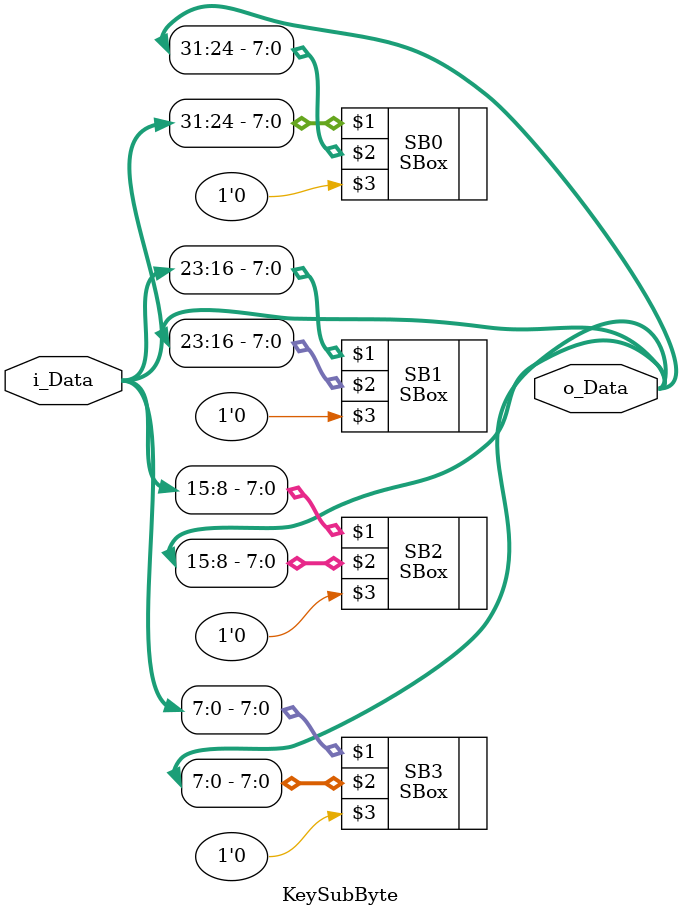
<source format=v>
module KeySubByte(
    input [31:0] i_Data,
    output [31:0] o_Data
);

SBox SB0(i_Data[24+:8],o_Data[24+:8], 1'b0);
SBox SB1(i_Data[16+:8],o_Data[16+:8], 1'b0);
SBox SB2(i_Data[ 8+:8],o_Data[ 8+:8], 1'b0);
SBox SB3(i_Data[ 0+:8],o_Data[ 0+:8], 1'b0);

endmodule
</source>
